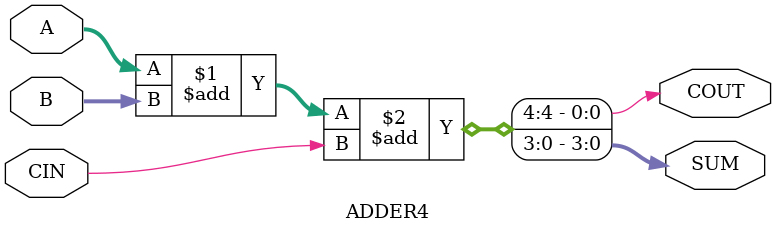
<source format=v>
module ADDER4 (
    input [3:0] A,
    input [3:0] B,
    input CIN,
    output [3:0] SUM,
    output COUT
);

    assign {COUT, SUM} = A + B + CIN;

endmodule
</source>
